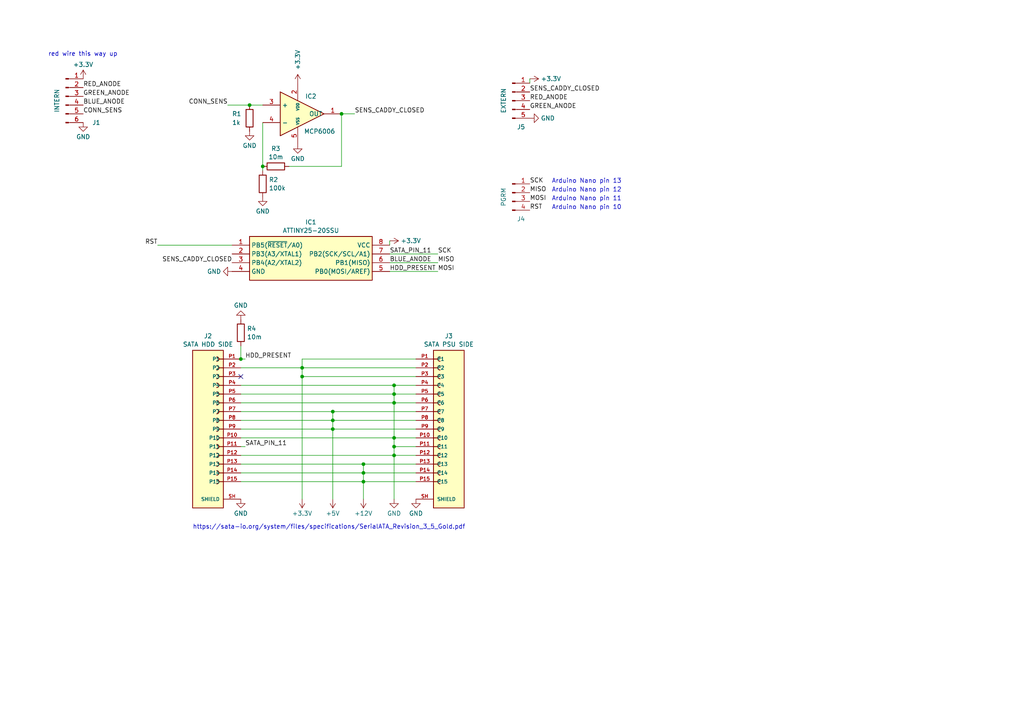
<source format=kicad_sch>
(kicad_sch (version 20230121) (generator eeschema)
  (paper "A4")
  (lib_symbols
    (symbol "47018-4002-cut:47018-4002" (pin_names (offset 1.016))
      (property "Reference" "J" (at -3.81 24.13 0))
      (property "Value" "47018-4002-CUT" (at -10.16 -25.4 0))
      (symbol "47018-4002_0_0"
        (rectangle (start -5.08 22.86) (end 3.81 -22.86) (stroke (width 0.254)) (fill (type background)))
        (polyline (pts (xy 3.81 -15.24) (xy 2.54 -15.24)) (stroke (width 0.254)))
        (polyline (pts (xy 3.81 -12.7) (xy 2.54 -12.7)) (stroke (width 0.254)))
        (polyline (pts (xy 3.81 -10.16) (xy 2.54 -10.16)) (stroke (width 0.254)))
        (polyline (pts (xy 3.81 -7.62) (xy 2.54 -7.62)) (stroke (width 0.254)))
        (polyline (pts (xy 3.81 -5.08) (xy 2.54 -5.08)) (stroke (width 0.254)))
        (polyline (pts (xy 3.81 -2.54) (xy 2.54 -2.54)) (stroke (width 0.254)))
        (polyline (pts (xy 3.81 0) (xy 2.54 0)) (stroke (width 0.254)))
        (polyline (pts (xy 3.81 2.54) (xy 2.54 2.54)) (stroke (width 0.254)))
        (polyline (pts (xy 3.81 5.08) (xy 2.54 5.08)) (stroke (width 0.254)))
        (polyline (pts (xy 3.81 7.62) (xy 2.54 7.62)) (stroke (width 0.254)))
        (polyline (pts (xy 3.81 10.16) (xy 2.54 10.16)) (stroke (width 0.254)))
        (polyline (pts (xy 3.81 12.7) (xy 2.54 12.7)) (stroke (width 0.254)))
        (polyline (pts (xy 3.81 15.24) (xy 2.54 15.24)) (stroke (width 0.254)))
        (polyline (pts (xy 3.81 17.78) (xy 2.54 17.78)) (stroke (width 0.254)))
        (polyline (pts (xy 3.81 20.32) (xy 2.54 20.32)) (stroke (width 0.254)))
        (arc (start 1.905 -15.875) (mid 2.537 -15.24) (end 1.905 -14.605) (stroke (width 0.254)))
        (arc (start 1.905 -13.335) (mid 2.537 -12.7) (end 1.905 -12.065) (stroke (width 0.254)))
        (arc (start 1.905 -10.795) (mid 2.537 -10.16) (end 1.905 -9.525) (stroke (width 0.254)))
        (arc (start 1.905 -8.255) (mid 2.537 -7.62) (end 1.905 -6.985) (stroke (width 0.254)))
        (arc (start 1.905 -5.715) (mid 2.537 -5.08) (end 1.905 -4.445) (stroke (width 0.254)))
        (arc (start 1.905 -3.175) (mid 2.537 -2.54) (end 1.905 -1.905) (stroke (width 0.254)))
        (arc (start 1.905 -0.635) (mid 2.537 0) (end 1.905 0.635) (stroke (width 0.254)))
        (arc (start 1.905 1.905) (mid 2.537 2.54) (end 1.905 3.175) (stroke (width 0.254)))
        (arc (start 1.905 4.445) (mid 2.537 5.08) (end 1.905 5.715) (stroke (width 0.254)))
        (arc (start 1.905 6.985) (mid 2.537 7.62) (end 1.905 8.255) (stroke (width 0.254)))
        (arc (start 1.905 9.525) (mid 2.537 10.16) (end 1.905 10.795) (stroke (width 0.254)))
        (arc (start 1.905 12.065) (mid 2.537 12.7) (end 1.905 13.335) (stroke (width 0.254)))
        (arc (start 1.905 14.605) (mid 2.537 15.24) (end 1.905 15.875) (stroke (width 0.254)))
        (arc (start 1.905 17.145) (mid 2.537 17.78) (end 1.905 18.415) (stroke (width 0.254)))
        (arc (start 1.905 19.685) (mid 2.537 20.32) (end 1.905 20.955) (stroke (width 0.254)))
        (pin power_in line (at 8.89 20.32 180) (length 5.08) (name "P1") (number "P1"))
        (pin power_in line (at 8.89 -2.54 180) (length 5.08) (name "P10") (number "P10"))
        (pin power_in line (at 8.89 -5.08 180) (length 5.08) (name "P11") (number "P11"))
        (pin power_in line (at 8.89 -7.62 180) (length 5.08) (name "P12") (number "P12"))
        (pin power_in line (at 8.89 -10.16 180) (length 5.08) (name "P13") (number "P13"))
        (pin power_in line (at 8.89 -12.7 180) (length 5.08) (name "P14") (number "P14"))
        (pin power_in line (at 8.89 -15.24 180) (length 5.08) (name "P15") (number "P15"))
        (pin power_in line (at 8.89 17.78 180) (length 5.08) (name "P2") (number "P2"))
        (pin power_in line (at 8.89 15.24 180) (length 5.08) (name "P3") (number "P3"))
        (pin power_in line (at 8.89 12.7 180) (length 5.08) (name "P4") (number "P4"))
        (pin power_in line (at 8.89 10.16 180) (length 5.08) (name "P5") (number "P5"))
        (pin power_in line (at 8.89 7.62 180) (length 5.08) (name "P6") (number "P6"))
        (pin power_in line (at 8.89 5.08 180) (length 5.08) (name "P7") (number "P7"))
        (pin power_in line (at 8.89 2.54 180) (length 5.08) (name "P8") (number "P8"))
        (pin power_in line (at 8.89 0 180) (length 5.08) (name "P9") (number "P9"))
      )
      (symbol "47018-4002_1_0"
        (pin passive line (at 8.89 -20.32 180) (length 5.08) (name "SHIELD") (number "SH"))
      )
    )
    (symbol "ATTINY25-20SSU:ATTINY25-20SSU"
      (property "Reference" "IC" (at 5.08 7.62 0))
      (property "Value" "ATTINY25-20SSU" (at 5.08 5.08 0))
      (symbol "ATTINY25-20SSU_1_1"
        (rectangle (start 5.08 2.54) (end 40.64 -10.16) (stroke (width 0.254)) (fill (type background)))
        (pin passive line (at 0 0 0) (length 5.08) (name "PB5(~{RESET}/A0)") (number "1"))
        (pin passive line (at 0 -2.54 0) (length 5.08) (name "PB3(A3/XTAL1)") (number "2"))
        (pin passive line (at 0 -5.08 0) (length 5.08) (name "PB4(A2/XTAL2)") (number "3"))
        (pin passive line (at 0 -7.62 0) (length 5.08) (name "GND") (number "4"))
        (pin passive line (at 45.72 -7.62 180) (length 5.08) (name "PB0(MOSI/AREF)") (number "5"))
        (pin passive line (at 45.72 -5.08 180) (length 5.08) (name "PB1(MISO)") (number "6"))
        (pin passive line (at 45.72 -2.54 180) (length 5.08) (name "PB2(SCK/SCL/A1)") (number "7"))
        (pin passive line (at 45.72 0 180) (length 5.08) (name "VCC") (number "8"))
      )
    )
    (symbol "Connector:Conn_01x04_Pin" (pin_names (offset 1.016) hide)
      (property "Reference" "J" (at 0 5.08 0))
      (property "Value" "Conn_01x04_Pin" (at 0 -7.62 0))
      (symbol "Conn_01x04_Pin_1_1"
        (polyline (pts (xy 1.27 -5.08) (xy 0.8636 -5.08)) (stroke (width 0.1524)))
        (polyline (pts (xy 1.27 -2.54) (xy 0.8636 -2.54)) (stroke (width 0.1524)))
        (polyline (pts (xy 1.27 0) (xy 0.8636 0)) (stroke (width 0.1524)))
        (polyline (pts (xy 1.27 2.54) (xy 0.8636 2.54)) (stroke (width 0.1524)))
        (rectangle (start 0.8636 -4.953) (end 0 -5.207) (stroke (width 0.1524)) (fill (type outline)))
        (rectangle (start 0.8636 -2.413) (end 0 -2.667) (stroke (width 0.1524)) (fill (type outline)))
        (rectangle (start 0.8636 0.127) (end 0 -0.127) (stroke (width 0.1524)) (fill (type outline)))
        (rectangle (start 0.8636 2.667) (end 0 2.413) (stroke (width 0.1524)) (fill (type outline)))
        (pin passive line (at 5.08 2.54 180) (length 3.81) (name "Pin_1") (number "1"))
        (pin passive line (at 5.08 0 180) (length 3.81) (name "Pin_2") (number "2"))
        (pin passive line (at 5.08 -2.54 180) (length 3.81) (name "Pin_3") (number "3"))
        (pin passive line (at 5.08 -5.08 180) (length 3.81) (name "Pin_4") (number "4"))
      )
    )
    (symbol "Connector:Conn_01x05_Pin" (pin_names (offset 1.016) hide)
      (property "Reference" "J" (at 0 7.62 0))
      (property "Value" "Conn_01x05_Pin" (at 0 -7.62 0))
      (symbol "Conn_01x05_Pin_1_1"
        (polyline (pts (xy 1.27 -5.08) (xy 0.8636 -5.08)) (stroke (width 0.1524)))
        (polyline (pts (xy 1.27 -2.54) (xy 0.8636 -2.54)) (stroke (width 0.1524)))
        (polyline (pts (xy 1.27 0) (xy 0.8636 0)) (stroke (width 0.1524)))
        (polyline (pts (xy 1.27 2.54) (xy 0.8636 2.54)) (stroke (width 0.1524)))
        (polyline (pts (xy 1.27 5.08) (xy 0.8636 5.08)) (stroke (width 0.1524)))
        (rectangle (start 0.8636 -4.953) (end 0 -5.207) (stroke (width 0.1524)) (fill (type outline)))
        (rectangle (start 0.8636 -2.413) (end 0 -2.667) (stroke (width 0.1524)) (fill (type outline)))
        (rectangle (start 0.8636 0.127) (end 0 -0.127) (stroke (width 0.1524)) (fill (type outline)))
        (rectangle (start 0.8636 2.667) (end 0 2.413) (stroke (width 0.1524)) (fill (type outline)))
        (rectangle (start 0.8636 5.207) (end 0 4.953) (stroke (width 0.1524)) (fill (type outline)))
        (pin passive line (at 5.08 5.08 180) (length 3.81) (name "Pin_1") (number "1"))
        (pin passive line (at 5.08 2.54 180) (length 3.81) (name "Pin_2") (number "2"))
        (pin passive line (at 5.08 0 180) (length 3.81) (name "Pin_3") (number "3"))
        (pin passive line (at 5.08 -2.54 180) (length 3.81) (name "Pin_4") (number "4"))
        (pin passive line (at 5.08 -5.08 180) (length 3.81) (name "Pin_5") (number "5"))
      )
    )
    (symbol "Connector:Conn_01x06_Pin" (pin_names (offset 1.016) hide)
      (property "Reference" "J" (at 0 7.62 0))
      (property "Value" "Conn_01x06_Pin" (at 0 -10.16 0))
      (symbol "Conn_01x06_Pin_1_1"
        (polyline (pts (xy 1.27 -7.62) (xy 0.8636 -7.62)) (stroke (width 0.1524)))
        (polyline (pts (xy 1.27 -5.08) (xy 0.8636 -5.08)) (stroke (width 0.1524)))
        (polyline (pts (xy 1.27 -2.54) (xy 0.8636 -2.54)) (stroke (width 0.1524)))
        (polyline (pts (xy 1.27 0) (xy 0.8636 0)) (stroke (width 0.1524)))
        (polyline (pts (xy 1.27 2.54) (xy 0.8636 2.54)) (stroke (width 0.1524)))
        (polyline (pts (xy 1.27 5.08) (xy 0.8636 5.08)) (stroke (width 0.1524)))
        (rectangle (start 0.8636 -7.493) (end 0 -7.747) (stroke (width 0.1524)) (fill (type outline)))
        (rectangle (start 0.8636 -4.953) (end 0 -5.207) (stroke (width 0.1524)) (fill (type outline)))
        (rectangle (start 0.8636 -2.413) (end 0 -2.667) (stroke (width 0.1524)) (fill (type outline)))
        (rectangle (start 0.8636 0.127) (end 0 -0.127) (stroke (width 0.1524)) (fill (type outline)))
        (rectangle (start 0.8636 2.667) (end 0 2.413) (stroke (width 0.1524)) (fill (type outline)))
        (rectangle (start 0.8636 5.207) (end 0 4.953) (stroke (width 0.1524)) (fill (type outline)))
        (pin passive line (at 5.08 5.08 180) (length 3.81) (name "Pin_1") (number "1"))
        (pin passive line (at 5.08 2.54 180) (length 3.81) (name "Pin_2") (number "2"))
        (pin passive line (at 5.08 0 180) (length 3.81) (name "Pin_3") (number "3"))
        (pin passive line (at 5.08 -2.54 180) (length 3.81) (name "Pin_4") (number "4"))
        (pin passive line (at 5.08 -5.08 180) (length 3.81) (name "Pin_5") (number "5"))
        (pin passive line (at 5.08 -7.62 180) (length 3.81) (name "Pin_6") (number "6"))
      )
    )
    (symbol "Device:R" (pin_numbers hide) (pin_names (offset 0))
      (property "Reference" "R" (at 2.032 0 90))
      (property "Value" "R" (at 0 0 90))
      (symbol "R_0_1"
        (rectangle (start -1.016 -2.54) (end 1.016 2.54) (stroke (width 0.254)))
      )
      (symbol "R_1_1"
        (pin passive line (at 0 3.81 270) (length 1.27) (name "~") (number "1"))
        (pin passive line (at 0 -3.81 90) (length 1.27) (name "~") (number "2"))
      )
    )
    (symbol "MCP6006RT-E_OT:MCP6006RT-E_OT"
      (property "Reference" "IC" (at 3.81 5.08 0))
      (property "Value" "MCP6006RT-E_OT" (at 3.81 -3.81 0))
      (symbol "MCP6006RT-E_OT_1_1"
        (polyline (pts (xy -5.08 6.35) (xy -5.08 -6.35) (xy 7.62 0) (xy -5.08 6.35)) (stroke (width 0.254)) (fill (type background)))
        (pin passive line (at 12.7 0 180) (length 5.08) (name "OUT") (number "1"))
        (pin passive line (at 0 8.89 270) (length 5.08) (name "VDD") (number "2"))
        (pin passive line (at -10.16 2.54 0) (length 5.08) (name "+") (number "3"))
        (pin power_in line (at -10.16 -2.54 0) (length 5.08) (name "-") (number "4"))
        (pin power_in line (at 0 -8.89 90) (length 5.08) (name "VSS") (number "5"))
      )
    )
    (symbol "R_1" (pin_numbers hide) (pin_names (offset 0))
      (property "Reference" "R" (at 2.032 0 90))
      (property "Value" "R" (at 0 0 90))
      (symbol "R_1_0_1"
        (rectangle (start -1.016 -2.54) (end 1.016 2.54) (stroke (width 0.254)))
      )
      (symbol "R_1_1_1"
        (pin passive line (at 0 3.81 270) (length 1.27) (name "~") (number "1"))
        (pin passive line (at 0 -3.81 90) (length 1.27) (name "~") (number "2"))
      )
    )
    (symbol "power:+12V" (power) (pin_names (offset 0))
      (property "Value" "+12V" (at 0 3.556 0))
      (symbol "+12V_0_1"
        (polyline (pts (xy -0.762 1.27) (xy 0 2.54)))
        (polyline (pts (xy 0 0) (xy 0 2.54)))
        (polyline (pts (xy 0 2.54) (xy 0.762 1.27)))
      )
      (symbol "+12V_1_1"
        (pin power_in line (at 0 0 90) (length 0) hide (name "+12V") (number "1"))
      )
    )
    (symbol "power:+3.3V" (power) (pin_names (offset 0))
      (property "Value" "+3.3V" (at 0 3.556 0))
      (symbol "+3.3V_0_1"
        (polyline (pts (xy -0.762 1.27) (xy 0 2.54)))
        (polyline (pts (xy 0 0) (xy 0 2.54)))
        (polyline (pts (xy 0 2.54) (xy 0.762 1.27)))
      )
      (symbol "+3.3V_1_1"
        (pin power_in line (at 0 0 90) (length 0) hide (name "+3.3V") (number "1"))
      )
    )
    (symbol "power:+5V" (power) (pin_names (offset 0))
      (property "Value" "+5V" (at 0 3.556 0))
      (symbol "+5V_0_1"
        (polyline (pts (xy -0.762 1.27) (xy 0 2.54)))
        (polyline (pts (xy 0 0) (xy 0 2.54)))
        (polyline (pts (xy 0 2.54) (xy 0.762 1.27)))
      )
      (symbol "+5V_1_1"
        (pin power_in line (at 0 0 90) (length 0) hide (name "+5V") (number "1"))
      )
    )
    (symbol "power:GND" (power) (pin_names (offset 0))
      (property "Value" "GND" (at 0 -3.81 0))
      (symbol "GND_0_1"
        (polyline (pts (xy 0 0) (xy 0 -1.27) (xy 1.27 -1.27) (xy 0 -2.54) (xy -1.27 -1.27) (xy 0 -1.27)))
      )
      (symbol "GND_1_1"
        (pin power_in line (at 0 0 270) (length 0) hide (name "GND") (number "1"))
      )
    )
  )
  (junction (at 105.41 134.62))
  (junction (at 76.2 48.26))
  (junction (at 105.41 137.16))
  (junction (at 87.63 106.68))
  (junction (at 114.3 111.76))
  (junction (at 99.06 33.02))
  (junction (at 105.41 139.7))
  (junction (at 96.52 119.38))
  (junction (at 96.52 121.92))
  (junction (at 87.63 109.22))
  (junction (at 114.3 114.3))
  (junction (at 114.3 132.08))
  (junction (at 72.39 30.48))
  (junction (at 114.3 116.84))
  (junction (at 96.52 124.46))
  (junction (at 114.3 129.54))
  (junction (at 114.3 127))
  (junction (at 69.85 104.14))
  (no_connect (at 69.85 109.22))
  (wire (pts (xy 120.65 124.46) (xy 96.52 124.46)))
  (wire (pts (xy 87.63 106.68) (xy 87.63 109.22)))
  (wire (pts (xy 69.85 106.68) (xy 87.63 106.68)))
  (wire (pts (xy 105.41 134.62) (xy 120.65 134.62)))
  (wire (pts (xy 114.3 127) (xy 114.3 129.54)))
  (wire (pts (xy 69.85 100.33) (xy 69.85 104.14)))
  (wire (pts (xy 105.41 137.16) (xy 120.65 137.16)))
  (wire (pts (xy 71.12 129.54) (xy 69.85 129.54)))
  (wire (pts (xy 96.52 121.92) (xy 69.85 121.92)))
  (wire (pts (xy 113.03 73.66) (xy 127 73.66)))
  (wire (pts (xy 69.85 111.76) (xy 114.3 111.76)))
  (wire (pts (xy 72.39 30.48) (xy 76.2 30.48)))
  (wire (pts (xy 105.41 137.16) (xy 105.41 139.7)))
  (wire (pts (xy 114.3 114.3) (xy 120.65 114.3)))
  (wire (pts (xy 113.03 69.85) (xy 113.03 71.12)))
  (wire (pts (xy 69.85 139.7) (xy 105.41 139.7)))
  (wire (pts (xy 76.2 49.53) (xy 76.2 48.26)))
  (wire (pts (xy 71.12 104.14) (xy 69.85 104.14)))
  (wire (pts (xy 96.52 121.92) (xy 96.52 124.46)))
  (wire (pts (xy 120.65 119.38) (xy 96.52 119.38)))
  (wire (pts (xy 69.85 114.3) (xy 114.3 114.3)))
  (wire (pts (xy 113.03 76.2) (xy 127 76.2)))
  (wire (pts (xy 120.65 121.92) (xy 96.52 121.92)))
  (wire (pts (xy 153.67 22.86) (xy 153.67 24.13)))
  (wire (pts (xy 114.3 116.84) (xy 120.65 116.84)))
  (wire (pts (xy 83.82 48.26) (xy 99.06 48.26)))
  (wire (pts (xy 87.63 109.22) (xy 120.65 109.22)))
  (wire (pts (xy 87.63 104.14) (xy 87.63 106.68)))
  (wire (pts (xy 87.63 109.22) (xy 87.63 144.78)))
  (wire (pts (xy 76.2 48.26) (xy 76.2 35.56)))
  (wire (pts (xy 114.3 114.3) (xy 114.3 116.84)))
  (wire (pts (xy 105.41 134.62) (xy 105.41 137.16)))
  (wire (pts (xy 114.3 111.76) (xy 120.65 111.76)))
  (wire (pts (xy 105.41 139.7) (xy 105.41 144.78)))
  (wire (pts (xy 114.3 127) (xy 120.65 127)))
  (wire (pts (xy 69.85 137.16) (xy 105.41 137.16)))
  (wire (pts (xy 87.63 104.14) (xy 120.65 104.14)))
  (wire (pts (xy 114.3 111.76) (xy 114.3 114.3)))
  (wire (pts (xy 69.85 127) (xy 114.3 127)))
  (wire (pts (xy 99.06 48.26) (xy 99.06 33.02)))
  (wire (pts (xy 96.52 124.46) (xy 96.52 144.78)))
  (wire (pts (xy 114.3 132.08) (xy 114.3 144.78)))
  (wire (pts (xy 114.3 129.54) (xy 120.65 129.54)))
  (wire (pts (xy 69.85 132.08) (xy 114.3 132.08)))
  (wire (pts (xy 114.3 116.84) (xy 114.3 127)))
  (wire (pts (xy 45.72 71.12) (xy 67.31 71.12)))
  (wire (pts (xy 114.3 132.08) (xy 120.65 132.08)))
  (wire (pts (xy 96.52 119.38) (xy 69.85 119.38)))
  (wire (pts (xy 66.04 30.48) (xy 72.39 30.48)))
  (wire (pts (xy 105.41 139.7) (xy 120.65 139.7)))
  (wire (pts (xy 87.63 106.68) (xy 120.65 106.68)))
  (wire (pts (xy 127 78.74) (xy 113.03 78.74)))
  (wire (pts (xy 96.52 124.46) (xy 69.85 124.46)))
  (wire (pts (xy 99.06 33.02) (xy 102.87 33.02)))
  (wire (pts (xy 69.85 116.84) (xy 114.3 116.84)))
  (wire (pts (xy 114.3 129.54) (xy 114.3 132.08)))
  (wire (pts (xy 96.52 119.38) (xy 96.52 121.92)))
  (wire (pts (xy 69.85 134.62) (xy 105.41 134.62)))
  (text "Arduino Nano pin 11" (at 160.02 58.42 0) (effects (font (size 1.27 1.27)) (justify left bottom)))
  (text "Arduino Nano pin 13" (at 160.02 53.34 0) (effects (font (size 1.27 1.27)) (justify left bottom)))
  (text "Arduino Nano pin 10" (at 160.02 60.96 0) (effects (font (size 1.27 1.27)) (justify left bottom)))
  (text "Arduino Nano pin 12" (at 160.02 55.88 0) (effects (font (size 1.27 1.27)) (justify left bottom)))
  (text "red wire this way up" (at 13.97 16.51 0) (effects (font (size 1.27 1.27)) (justify left bottom)))
  (text "https://sata-io.org/system/files/specifications/SerialATA_Revision_3_5_Gold.pdf" (at 55.88 153.67 0) (effects (font (size 1.27 1.27)) (justify left bottom)))
  (label "SCK" (at 127 73.66 0))
  (label "HDD_PRESENT" (at 113.03 78.74 0))
  (label "MISO" (at 153.67 55.88 0))
  (label "SATA_PIN_11" (at 113.03 73.66 0))
  (label "MOSI" (at 127 78.74 0))
  (label "RST" (at 153.67 60.96 0))
  (label "CONN_SENS" (at 24.13 33.02 0))
  (label "BLUE_ANODE" (at 113.03 76.2 0))
  (label "SCK" (at 153.67 53.34 0))
  (label "MISO" (at 127 76.2 0))
  (label "SENS_CADDY_CLOSED" (at 102.87 33.02 0))
  (label "SATA_PIN_11" (at 71.12 129.54 0))
  (label "RST" (at 45.72 71.12 180))
  (label "GREEN_ANODE" (at 24.13 27.94 0))
  (label "BLUE_ANODE" (at 24.13 30.48 0))
  (label "CONN_SENS" (at 66.04 30.48 180))
  (label "RED_ANODE" (at 153.67 29.21 0))
  (label "HDD_PRESENT" (at 71.12 104.14 0))
  (label "SENS_CADDY_CLOSED" (at 153.67 26.67 0))
  (label "SENS_CADDY_CLOSED" (at 67.31 76.2 180))
  (label "GREEN_ANODE" (at 153.67 31.75 0))
  (label "RED_ANODE" (at 24.13 25.4 0))
  (label "MOSI" (at 153.67 58.42 0))
  (symbol (lib_id "power:GND") (at 76.2 57.15 0) (unit 1)
    (property "Reference" "#PWR06" (effects hide))
    (property "Value" "GND" (at 76.2 61.2831 0))
  )
  (symbol (lib_id "47018-4002-cut:47018-4002") (at 129.54 124.46 0) (mirror y) (unit 1)
    (property "Reference" "J3" (at 130.175 97.4557 0))
    (property "Value" "SATA PSU SIDE" (at 130.175 99.8799 0))
    (property "Footprint" "sata_plugs:sata_standing_male_snip" (effects hide))
    (property "MF" "Molex" (effects hide))
    (property "MAXIMUM_PACKAGE_HEIGHT" "5.15mm" (effects hide))
    (property "Package" "None" (effects hide))
    (property "Price" "None" (effects hide))
    (property "Check_prices" "https://www.snapeda.com/parts/47018-4002/Molex/view-part/?ref=eda" (effects hide))
    (property "STANDARD" "Manufacturer Recommendations" (effects hide))
    (property "PARTREV" "M" (effects hide))
    (property "SnapEDA_Link" "https://www.snapeda.com/parts/47018-4002/Molex/view-part/?ref=snap5" (effects hide))
    (property "MP" "47018-4002" (effects hide))
    (property "Description" "\nSERIAL ATA DOCKING CONN. TOP MOUNT TYPE; 47018 | Molex Incorporated 47018-4002\n" (effects hide))
    (property "MANUFACTURER" "Molex" (effects hide))
    (property "Availability" "In Stock" (effects hide))
    (property "SNAPEDA_PN" "47018-4000" (effects hide))
  )
  (symbol (lib_id "power:GND") (at 120.65 144.78 0) (unit 1)
    (property "Reference" "#PWR014" (effects hide))
    (property "Value" "GND" (at 120.65 148.9131 0))
  )
  (symbol (lib_id "Device:R") (at 80.01 48.26 270) (unit 1)
    (property "Reference" "R3" (at 80.01 43.0997 90))
    (property "Value" "10m" (at 80.01 45.5239 90))
    (property "Footprint" "Resistor_THT:R_Axial_DIN0204_L3.6mm_D1.6mm_P7.62mm_Horizontal" (effects hide))
  )
  (symbol (lib_name "R_1") (lib_id "Device:R") (at 72.39 34.29 180) (unit 1)
    (property "Reference" "R1" (at 67.31 33.02 0) (effects (justify right)))
    (property "Value" "1k" (at 67.31 35.56 0) (effects (justify right)))
    (property "Footprint" "Resistor_THT:R_Axial_DIN0204_L3.6mm_D1.6mm_P7.62mm_Horizontal" (effects hide))
  )
  (symbol (lib_id "power:+5V") (at 96.52 144.78 180) (unit 1)
    (property "Reference" "#PWR010" (effects hide))
    (property "Value" "+5V" (at 96.52 148.9131 0))
  )
  (symbol (lib_id "power:GND") (at 86.36 41.91 0) (unit 1)
    (property "Reference" "#PWR08" (effects hide))
    (property "Value" "GND" (at 86.36 46.0431 0))
  )
  (symbol (lib_id "47018-4002-cut:47018-4002") (at 60.96 124.46 0) (unit 1)
    (property "Reference" "J2" (at 60.325 97.4557 0))
    (property "Value" "SATA HDD SIDE" (at 60.325 99.8799 0))
    (property "Footprint" "sata_plugs:sata_standing_female" (effects hide))
    (property "MF" "Molex" (effects hide))
    (property "MAXIMUM_PACKAGE_HEIGHT" "5.15mm" (effects hide))
    (property "Package" "None" (effects hide))
    (property "Price" "None" (effects hide))
    (property "Check_prices" "https://www.snapeda.com/parts/47018-4002/Molex/view-part/?ref=eda" (effects hide))
    (property "STANDARD" "Manufacturer Recommendations" (effects hide))
    (property "PARTREV" "M" (effects hide))
    (property "SnapEDA_Link" "https://www.snapeda.com/parts/47018-4002/Molex/view-part/?ref=snap5" (effects hide))
    (property "MP" "47018-4002" (effects hide))
    (property "Description" "\nSERIAL ATA DOCKING CONN. TOP MOUNT TYPE; 47018 | Molex Incorporated 47018-4002\n" (effects hide))
    (property "MANUFACTURER" "Molex" (effects hide))
    (property "Availability" "In Stock" (effects hide))
    (property "SNAPEDA_PN" "47018-4000" (effects hide))
  )
  (symbol (lib_id "power:+3.3V") (at 153.67 22.86 270) (unit 1)
    (property "Reference" "#PWR015" (effects hide))
    (property "Value" "+3.3V" (at 156.845 22.86 90) (effects (justify left)))
  )
  (symbol (lib_id "power:GND") (at 69.85 144.78 0) (unit 1)
    (property "Reference" "#PWR04" (effects hide))
    (property "Value" "GND" (at 69.85 148.9131 0))
  )
  (symbol (lib_id "Connector:Conn_01x04_Pin") (at 148.59 55.88 0) (unit 1)
    (property "Reference" "J4" (at 151.13 63.5 0))
    (property "Value" "PGRM" (at 146.05 57.15 90))
    (property "Footprint" "Connector_PinHeader_2.54mm:PinHeader_1x04_P2.54mm_Vertical" (effects hide))
  )
  (symbol (lib_id "power:+3.3V") (at 24.13 22.86 0) (unit 1)
    (property "Reference" "#PWR01" (effects hide))
    (property "Value" "+3.3V" (at 24.13 18.7269 0))
  )
  (symbol (lib_id "power:+3.3V") (at 87.63 144.78 180) (unit 1)
    (property "Reference" "#PWR09" (effects hide))
    (property "Value" "+3.3V" (at 87.63 148.9131 0))
  )
  (symbol (lib_id "power:GND") (at 69.85 92.71 180) (unit 1)
    (property "Reference" "#PWR017" (effects hide))
    (property "Value" "GND" (at 69.85 88.5769 0))
  )
  (symbol (lib_id "power:+3.3V") (at 113.03 69.85 270) (unit 1)
    (property "Reference" "#PWR012" (effects hide))
    (property "Value" "+3.3V" (at 116.205 69.85 90) (effects (justify left)))
  )
  (symbol (lib_id "power:GND") (at 67.31 78.74 270) (unit 1)
    (property "Reference" "#PWR03" (effects hide))
    (property "Value" "GND" (at 64.1351 78.74 90) (effects (justify right)))
  )
  (symbol (lib_id "MCP6006RT-E_OT:MCP6006RT-E_OT") (at 86.36 33.02 0) (unit 1)
    (property "Reference" "IC2" (at 90.17 27.94 0))
    (property "Value" "MCP6006" (at 92.71 38.1 0))
    (property "Footprint" "MCP6006RT-E_OT:SOT95P270X145-5N" (effects hide))
    (property "Datasheet" "https://www.mouser.pl/datasheet/2/268/MCP6006_6R_6U_7_9_Data_Sheet_20006411B-2449139.pdf" (effects hide))
    (property "Height" "1.45" (effects hide))
    (property "Mouser Part Number" "579-MCP6006RT-E/OT" (effects hide))
    (property "Mouser Price/Stock" "https://www.mouser.co.uk/ProductDetail/Microchip-Technology/MCP6006RT-E-OT?qs=DRkmTr78QATDR1cYeWJKoQ%3D%3D" (effects hide))
    (property "Manufacturer_Name" "Microchip" (effects hide))
    (property "Manufacturer_Part_Number" "MCP6006RT-E/OT" (effects hide))
  )
  (symbol (lib_id "Device:R") (at 76.2 53.34 0) (unit 1)
    (property "Reference" "R2" (at 77.978 52.1279 0) (effects (justify left)))
    (property "Value" "100k" (at 77.978 54.5521 0) (effects (justify left)))
    (property "Footprint" "Resistor_THT:R_Axial_DIN0204_L3.6mm_D1.6mm_P7.62mm_Horizontal" (effects hide))
  )
  (symbol (lib_id "power:+3.3V") (at 86.36 24.13 0) (unit 1)
    (property "Reference" "#PWR07" (effects hide))
    (property "Value" "+3.3V" (at 86.36 20.32 90) (effects (justify left)))
  )
  (symbol (lib_id "power:+12V") (at 105.41 144.78 180) (unit 1)
    (property "Reference" "#PWR011" (effects hide))
    (property "Value" "+12V" (at 105.41 148.9131 0))
  )
  (symbol (lib_id "Connector:Conn_01x05_Pin") (at 148.59 29.21 0) (unit 1)
    (property "Reference" "J5" (at 151.13 36.83 0))
    (property "Value" "EXTERN" (at 146.05 29.21 90))
    (property "Footprint" "Connector_PinHeader_2.54mm:PinHeader_1x05_P2.54mm_Vertical" (effects hide))
  )
  (symbol (lib_id "power:GND") (at 72.39 38.1 0) (unit 1)
    (property "Reference" "#PWR05" (effects hide))
    (property "Value" "GND" (at 72.39 42.2331 0))
  )
  (symbol (lib_id "power:GND") (at 24.13 35.56 0) (unit 1)
    (property "Reference" "#PWR02" (effects hide))
    (property "Value" "GND" (at 24.13 39.6931 0))
  )
  (symbol (lib_id "Connector:Conn_01x06_Pin") (at 19.05 27.94 0) (unit 1)
    (property "Reference" "J1" (at 27.94 35.56 0))
    (property "Value" "INTERN" (at 16.51 29.21 90))
    (property "Footprint" "Connector_PinHeader_2.54mm:PinHeader_1x06_P2.54mm_Vertical" (effects hide))
  )
  (symbol (lib_id "power:GND") (at 153.67 34.29 90) (unit 1)
    (property "Reference" "#PWR016" (effects hide))
    (property "Value" "GND" (at 156.845 34.29 90) (effects (justify right)))
  )
  (symbol (lib_id "ATTINY25-20SSU:ATTINY25-20SSU") (at 67.31 71.12 0) (unit 1)
    (property "Reference" "IC1" (at 90.17 64.4357 0))
    (property "Value" "ATTINY25-20SSU" (at 90.17 66.8599 0))
    (property "Footprint" "ATTINY25-20SSU:SOIC127P600X175-8N" (effects hide))
    (property "Datasheet" "http://www.atmel.com/Images/Atmel-2586-AVR-8-bit-Microcontroller-ATtiny25-ATtiny45-ATtiny85_Datasheet.pdf" (effects hide))
    (property "Height" "1.75" (effects hide))
    (property "Mouser Part Number" "556-ATTINY25-20SSU" (effects hide))
    (property "Mouser Price/Stock" "https://www.mouser.co.uk/ProductDetail/Microchip-Technology/ATTINY25-20SSU?qs=W7X4MxMep4%2FZkAO8oc8Rxw%3D%3D" (effects hide))
    (property "Manufacturer_Name" "Microchip" (effects hide))
    (property "Manufacturer_Part_Number" "ATTINY25-20SSU" (effects hide))
  )
  (symbol (lib_id "power:GND") (at 114.3 144.78 0) (unit 1)
    (property "Reference" "#PWR013" (effects hide))
    (property "Value" "GND" (at 114.3 148.9131 0))
  )
  (symbol (lib_id "Device:R") (at 69.85 96.52 0) (unit 1)
    (property "Reference" "R4" (at 71.628 95.3079 0) (effects (justify left)))
    (property "Value" "10m" (at 71.628 97.7321 0) (effects (justify left)))
    (property "Footprint" "Resistor_THT:R_Axial_DIN0204_L3.6mm_D1.6mm_P7.62mm_Horizontal" (effects hide))
  )
)
</source>
